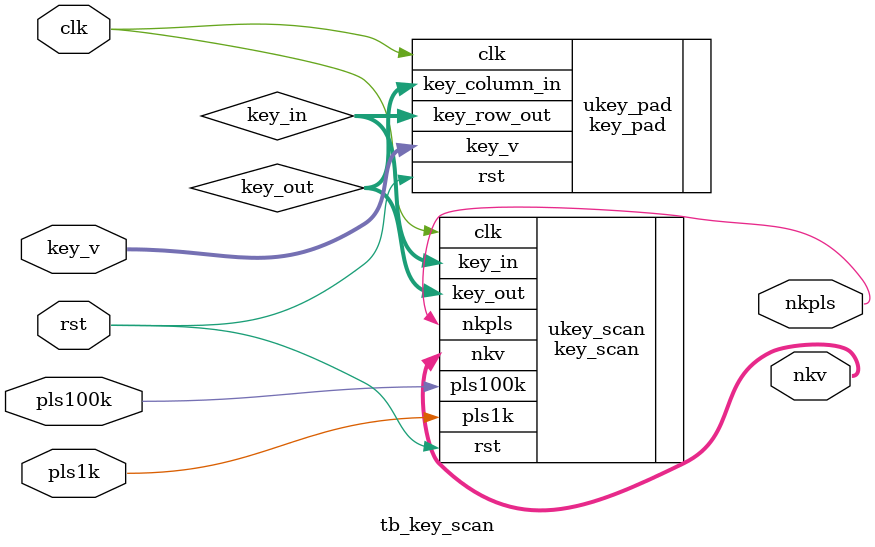
<source format=v>
`timescale 1ns / 1ps


module tb_key_scan(
input   rst,
input   clk,                                // 10MHz SYSTEM CLK
input   pls100k,                            // 100kHz PULSE , SCAN TIMING CONTROL
input   pls1k,                              // 1KHz PULSE , SCAN START AT RISING EDGE  
input [4:0] key_v,                          // 4BIT KEY ASSIGN INPUT FOR SIMULATION
output nkpls,                               // ONE SHOT PULSE WHEN NEW KEY HAS DETECTED
output [4:0] nkv                            // 4BIT NEW KEY VALUE OUTPUT
);

wire    [3:0] key_out;
wire    [4:0] key_in;

//------------------------key scan,v 
key_scan ukey_scan
    (
//input    
    .rst                (rst        ),
    .clk                (clk        ),
    .pls100k            (pls100k    ),
    .pls1k              (pls1k      ),
    .key_in             (key_in     ),
//output 
    .key_out            (key_out    ),
    .nkpls              (nkpls      ),
    .nkv                (nkv        )
    );
    
//----------------------key pad.v 
key_pad ukey_pad
    (
//input 
    .rst                (rst        ),
    .clk                (clk        ),
    .key_v              (key_v      ),
    .key_column_in      (key_out    ),
//output 
    .key_row_out        (key_in     )
    );
    
endmodule

</source>
